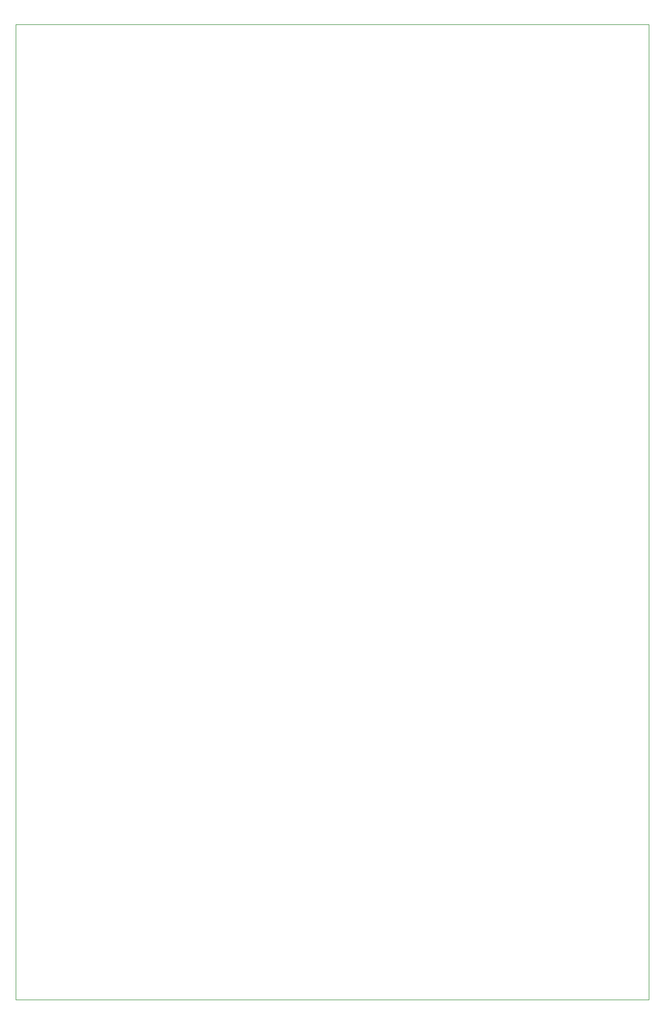
<source format=gbr>
G04 #@! TF.FileFunction,Profile,NP*
%FSLAX46Y46*%
G04 Gerber Fmt 4.6, Leading zero omitted, Abs format (unit mm)*
G04 Created by KiCad (PCBNEW 4.0.6) date 01/13/18 17:56:14*
%MOMM*%
%LPD*%
G01*
G04 APERTURE LIST*
%ADD10C,0.100000*%
%ADD11C,0.025400*%
G04 APERTURE END LIST*
D10*
D11*
X276860000Y-12700000D02*
X276860000Y-165100000D01*
X177800000Y-165100000D02*
X276860000Y-165100000D01*
X177800000Y-12700000D02*
X177800000Y-165100000D01*
X177800000Y-12700000D02*
X276860000Y-12700000D01*
M02*

</source>
